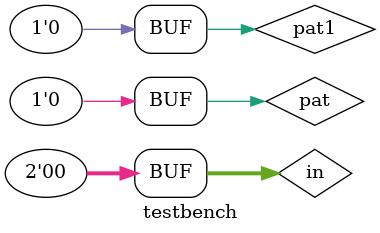
<source format=v>
module testbench;
    reg [0:1] in;

	wire pat,pat1;
	wire c,s;

    initial begin
        // $dumpfile("testbench.vcd");
        // $dumpvars(0, testbench);

        #5 in = 0;
        repeat (10000) begin
            #5 in = in + 1;
        end

        $display("OKAY");
    end

    top uut (
	.c(c),
	.s(s),
	.x(in[0]),
	.y(in[1])
	);

  assign pat = in[1] ^ in[0];
  assign pat1 = in[1] & in[0];

	assert_comb out_test(.A(pat), .B(s));
	assert_comb out1_test(.A(pat1), .B(c));

endmodule

</source>
